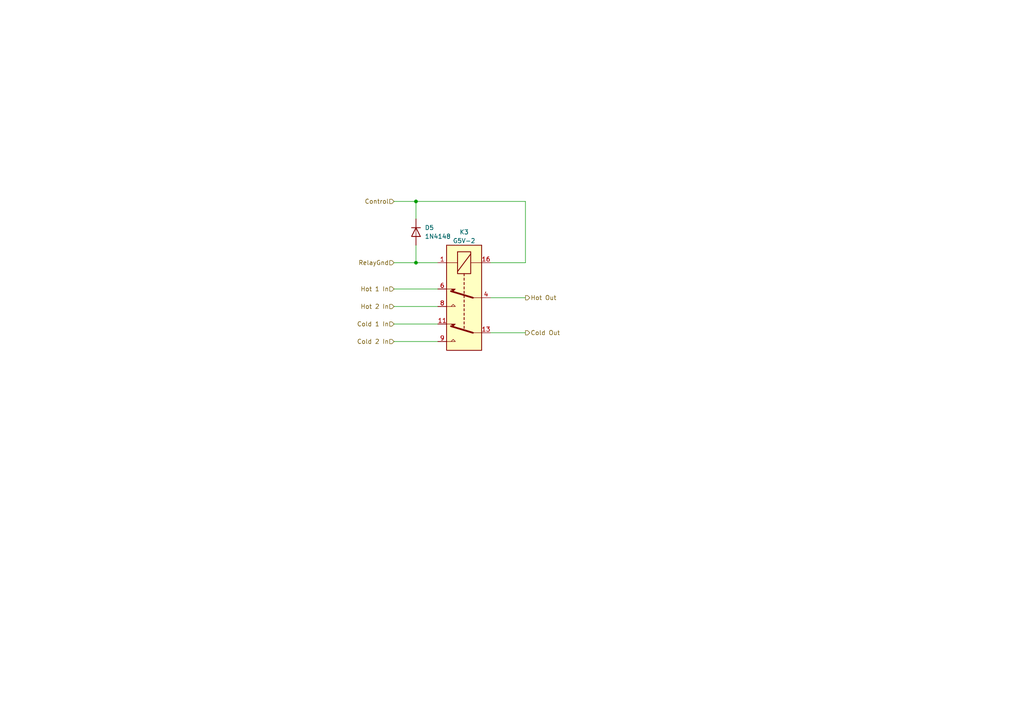
<source format=kicad_sch>
(kicad_sch (version 20230121) (generator eeschema)
  (paper "A4")
  (title_block (title "Essigfabrik 2-Way PA Switcher") (date "2023-11-21") (rev "1") (company "Daniel Machnik Sounddesign und Tontechnik"))
  (lib_symbols
    (symbol "Diode:1N4148" (pin_numbers hide) (pin_names hide)
      (property "Reference" "D" (at 0 2.54 0))
      (property "Value" "1N4148" (at 0 -2.54 0))
      (symbol "1N4148_0_1"
        (polyline (pts (xy -1.27 1.27) (xy -1.27 -1.27)) (stroke (width 0.254)))
        (polyline (pts (xy 1.27 0) (xy -1.27 0)))
        (polyline (pts (xy 1.27 1.27) (xy 1.27 -1.27) (xy -1.27 0) (xy 1.27 1.27)) (stroke (width 0.254)))
      )
      (symbol "1N4148_1_1"
        (pin passive line (at -3.81 0 0) (length 2.54) (name "K") (number "1"))
        (pin passive line (at 3.81 0 180) (length 2.54) (name "A") (number "2"))
      )
    )
    (symbol "Relay:G5V-2"
      (property "Reference" "K" (at 16.51 3.81 0))
      (property "Value" "G5V-2" (at 16.51 1.27 0))
      (symbol "G5V-2_0_1"
        (rectangle (start -15.24 5.08) (end 15.24 -5.08) (stroke (width 0.254)) (fill (type background)))
        (rectangle (start -13.335 1.905) (end -6.985 -1.905) (stroke (width 0.254)))
        (polyline (pts (xy -12.7 -1.905) (xy -7.62 1.905)) (stroke (width 0.254)))
        (polyline (pts (xy -10.16 -5.08) (xy -10.16 -1.905)))
        (polyline (pts (xy -10.16 5.08) (xy -10.16 1.905)))
        (polyline (pts (xy -6.985 0) (xy -6.35 0)) (stroke (width 0.254)))
        (polyline (pts (xy -5.715 0) (xy -5.08 0)) (stroke (width 0.254)))
        (polyline (pts (xy -4.445 0) (xy -3.81 0)) (stroke (width 0.254)))
        (polyline (pts (xy -3.175 0) (xy -2.54 0)) (stroke (width 0.254)))
        (polyline (pts (xy -1.905 0) (xy -1.27 0)) (stroke (width 0.254)))
        (polyline (pts (xy -0.635 0) (xy 0 0)) (stroke (width 0.254)))
        (polyline (pts (xy 0 -2.54) (xy -1.905 3.81)) (stroke (width 0.508)))
        (polyline (pts (xy 0 -2.54) (xy 0 -5.08)))
        (polyline (pts (xy 0.635 0) (xy 1.27 0)) (stroke (width 0.254)))
        (polyline (pts (xy 1.905 0) (xy 2.54 0)) (stroke (width 0.254)))
        (polyline (pts (xy 3.175 0) (xy 3.81 0)) (stroke (width 0.254)))
        (polyline (pts (xy 4.445 0) (xy 5.08 0)) (stroke (width 0.254)))
        (polyline (pts (xy 5.715 0) (xy 6.35 0)) (stroke (width 0.254)))
        (polyline (pts (xy 6.985 0) (xy 7.62 0)) (stroke (width 0.254)))
        (polyline (pts (xy 8.255 0) (xy 8.89 0)) (stroke (width 0.254)))
        (polyline (pts (xy 10.16 -2.54) (xy 8.255 3.81)) (stroke (width 0.508)))
        (polyline (pts (xy 10.16 -2.54) (xy 10.16 -5.08)))
        (polyline (pts (xy -2.54 5.08) (xy -2.54 2.54) (xy -1.905 3.175) (xy -2.54 3.81)) (fill (type outline)))
        (polyline (pts (xy 2.54 5.08) (xy 2.54 2.54) (xy 1.905 3.175) (xy 2.54 3.81)))
        (polyline (pts (xy 7.62 5.08) (xy 7.62 2.54) (xy 8.255 3.175) (xy 7.62 3.81)) (fill (type outline)))
        (polyline (pts (xy 12.7 5.08) (xy 12.7 2.54) (xy 12.065 3.175) (xy 12.7 3.81)))
      )
      (symbol "G5V-2_1_1"
        (pin passive line (at -10.16 7.62 270) (length 2.54) (name "~") (number "1"))
        (pin passive line (at 7.62 7.62 270) (length 2.54) (name "~") (number "11"))
        (pin passive line (at 10.16 -7.62 90) (length 2.54) (name "~") (number "13"))
        (pin passive line (at -10.16 -7.62 90) (length 2.54) (name "~") (number "16"))
        (pin passive line (at 0 -7.62 90) (length 2.54) (name "~") (number "4"))
        (pin passive line (at -2.54 7.62 270) (length 2.54) (name "~") (number "6"))
        (pin passive line (at 2.54 7.62 270) (length 2.54) (name "~") (number "8"))
        (pin passive line (at 12.7 7.62 270) (length 2.54) (name "~") (number "9"))
      )
    )
  )
  (junction (at 120.65 58.42))
  (junction (at 120.65 76.2))
  (wire (pts (xy 114.3 76.2) (xy 120.65 76.2)))
  (wire (pts (xy 120.65 76.2) (xy 127 76.2)))
  (wire (pts (xy 120.65 58.42) (xy 152.4 58.42)))
  (wire (pts (xy 152.4 58.42) (xy 152.4 76.2)))
  (wire (pts (xy 114.3 88.9) (xy 127 88.9)))
  (wire (pts (xy 120.65 58.42) (xy 120.65 63.5)))
  (wire (pts (xy 142.24 96.52) (xy 152.4 96.52)))
  (wire (pts (xy 114.3 99.06) (xy 127 99.06)))
  (wire (pts (xy 114.3 93.98) (xy 127 93.98)))
  (wire (pts (xy 142.24 86.36) (xy 152.4 86.36)))
  (wire (pts (xy 114.3 83.82) (xy 127 83.82)))
  (wire (pts (xy 114.3 58.42) (xy 120.65 58.42)))
  (wire (pts (xy 152.4 76.2) (xy 142.24 76.2)))
  (wire (pts (xy 120.65 71.12) (xy 120.65 76.2)))
  (hierarchical_label "Hot Out" (shape output) (at 152.4 86.36 0))
  (hierarchical_label "Hot 1 In" (shape input) (at 114.3 83.82 180))
  (hierarchical_label "Cold Out" (shape output) (at 152.4 96.52 0))
  (hierarchical_label "Control" (shape input) (at 114.3 58.42 180))
  (hierarchical_label "Cold 2 In" (shape input) (at 114.3 99.06 180))
  (hierarchical_label "Hot 2 In" (shape input) (at 114.3 88.9 180))
  (hierarchical_label "RelayGnd" (shape input) (at 114.3 76.2 180))
  (hierarchical_label "Cold 1 In" (shape input) (at 114.3 93.98 180))
  (symbol (lib_id "Relay:G5V-2") (at 134.62 86.36 90) (mirror x) (unit 1)
    (property "Reference" "K3" (at 134.62 67.31 90))
    (property "Value" "G5V-2" (at 134.62 69.85 90))
    (property "Footprint" "Relay_THT:Relay_DPDT_Omron_G5V-2" (effects hide))
    (property "Datasheet" "http://omronfs.omron.com/en_US/ecb/products/pdf/en-g5v_2.pdf" (effects hide))
    (instances (project "EF_matrix" (path "" (reference "K3") (unit 1)) (path "" (reference "K1") (unit 1)) (path "" (reference "K3") (unit 1)) (path "" (reference "K4") (unit 1)) (path "" (reference "K5") (unit 1)) (path "" (reference "K2") (unit 1)) (path "" (reference "K6") (unit 1)) (path "" (reference "K7") (unit 1)) (path "" (reference "K8") (unit 1))))
  )
  (symbol (lib_id "Diode:1N4148") (at 120.65 67.31 270) (unit 1)
    (property "Reference" "D5" (at 123.19 66.04 90) (effects (justify left)))
    (property "Value" "1N4148" (at 123.19 68.58 90) (effects (justify left)))
    (property "Footprint" "Diode_THT:D_DO-35_SOD27_P7.62mm_Horizontal" (effects hide))
    (property "Datasheet" "https://assets.nexperia.com/documents/data-sheet/1N4148_1N4448.pdf" (effects hide))
    (property "Sim.Device" "D" (effects hide))
    (property "Sim.Pins" "1=K 2=A" (effects hide))
    (instances (project "EF_matrix" (path "" (reference "D5") (unit 1)) (path "" (reference "D6") (unit 1)) (path "" (reference "D7") (unit 1)) (path "" (reference "D8") (unit 1)) (path "" (reference "D9") (unit 1)) (path "" (reference "D10") (unit 1)) (path "" (reference "D11") (unit 1)) (path "" (reference "D12") (unit 1))))
  )
)
</source>
